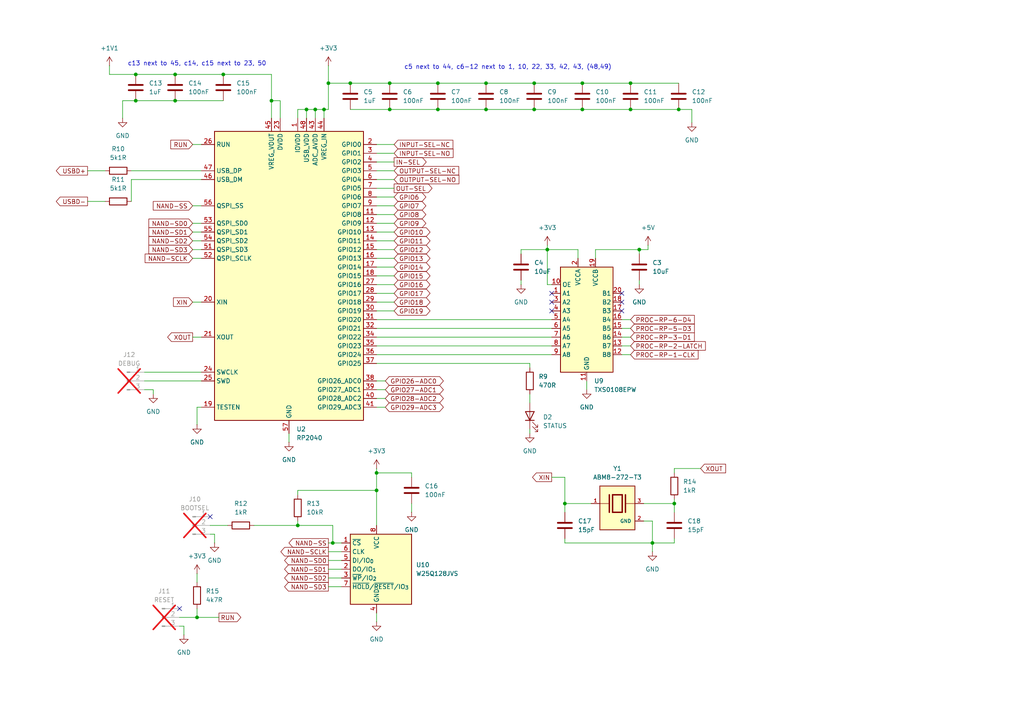
<source format=kicad_sch>
(kicad_sch (version 20250114) (generator "eeschema") (generator_version "9.0")
  (paper "A4")
  (lib_symbols
    (symbol "ABM8-272-T3:ABM8-272-T3" (pin_names (offset 1.016))
      (property "Reference" "Y" (at -5.0878 6.3559 0))
      (property "Value" "ABM8-272-T3" (at -5.0944 -10.16 0))
      (symbol "ABM8-272-T3_0_0"
        (polyline (pts (xy -5.08 0) (xy -2.54 0)) (stroke (width 0.1524)))
        (rectangle (start -5.08 -7.62) (end 5.08 5.08) (stroke (width 0.254)) (fill (type background)))
        (polyline (pts (xy -2.3368 2.54) (xy -2.3368 -2.54)) (stroke (width 0.4064)))
        (polyline (pts (xy -1.397 2.54) (xy -1.397 -2.54)) (stroke (width 0.4064)))
        (polyline (pts (xy -1.397 2.54) (xy 1.397 2.54)) (stroke (width 0.4064)))
        (polyline (pts (xy 1.397 2.54) (xy 1.397 -2.54)) (stroke (width 0.4064)))
        (polyline (pts (xy 1.397 -2.54) (xy -1.397 -2.54)) (stroke (width 0.4064)))
        (polyline (pts (xy 2.3368 2.54) (xy 2.3368 -2.54)) (stroke (width 0.4064)))
        (polyline (pts (xy 2.54 0) (xy 5.08 0)) (stroke (width 0.1524)))
        (pin passive line (at -7.62 0 0) (length 2.54) (name "~") (number "1"))
        (pin passive line (at 7.62 0 180) (length 2.54) (name "~") (number "3"))
        (pin power_in line (at 7.62 -5.08 180) (length 2.54) (name "GND") (number "2"))
        (pin power_in line (at 7.62 -5.08 180) (length 2.54) (hide yes) (name "GND") (number "4"))
      )
    )
    (symbol "Connector:Conn_01x03_Pin" (pin_names (offset 1.016) (hide yes))
      (property "Reference" "J" (at 0 5.08 0))
      (property "Value" "Conn_01x03_Pin" (at 0 -5.08 0))
      (symbol "Conn_01x03_Pin_1_1"
        (rectangle (start 0.8636 2.667) (end 0 2.413) (stroke (width 0.1524)) (fill (type outline)))
        (rectangle (start 0.8636 0.127) (end 0 -0.127) (stroke (width 0.1524)) (fill (type outline)))
        (rectangle (start 0.8636 -2.413) (end 0 -2.667) (stroke (width 0.1524)) (fill (type outline)))
        (polyline (pts (xy 1.27 2.54) (xy 0.8636 2.54)) (stroke (width 0.1524)))
        (polyline (pts (xy 1.27 0) (xy 0.8636 0)) (stroke (width 0.1524)))
        (polyline (pts (xy 1.27 -2.54) (xy 0.8636 -2.54)) (stroke (width 0.1524)))
        (pin passive line (at 5.08 2.54 180) (length 3.81) (name "Pin_1") (number "1"))
        (pin passive line (at 5.08 0 180) (length 3.81) (name "Pin_2") (number "2"))
        (pin passive line (at 5.08 -2.54 180) (length 3.81) (name "Pin_3") (number "3"))
      )
    )
    (symbol "Device:C" (pin_numbers (hide yes)) (pin_names (offset 0.254))
      (property "Reference" "C" (at 0.635 2.54 0))
      (property "Value" "C" (at 0.635 -2.54 0))
      (symbol "C_0_1"
        (polyline (pts (xy -2.032 0.762) (xy 2.032 0.762)) (stroke (width 0.508)))
        (polyline (pts (xy -2.032 -0.762) (xy 2.032 -0.762)) (stroke (width 0.508)))
      )
      (symbol "C_1_1"
        (pin passive line (at 0 3.81 270) (length 2.794) (name "~") (number "1"))
        (pin passive line (at 0 -3.81 90) (length 2.794) (name "~") (number "2"))
      )
    )
    (symbol "Device:LED" (pin_numbers (hide yes)) (pin_names (offset 1.016) (hide yes))
      (property "Reference" "D" (at 0 2.54 0))
      (property "Value" "LED" (at 0 -2.54 0))
      (symbol "LED_0_1"
        (polyline (pts (xy -3.048 -0.762) (xy -4.572 -2.286) (xy -3.81 -2.286) (xy -4.572 -2.286) (xy -4.572 -1.524)))
        (polyline (pts (xy -1.778 -0.762) (xy -3.302 -2.286) (xy -2.54 -2.286) (xy -3.302 -2.286) (xy -3.302 -1.524)))
        (polyline (pts (xy -1.27 0) (xy 1.27 0)))
        (polyline (pts (xy -1.27 -1.27) (xy -1.27 1.27)) (stroke (width 0.254)))
        (polyline (pts (xy 1.27 -1.27) (xy 1.27 1.27) (xy -1.27 0) (xy 1.27 -1.27)) (stroke (width 0.254)))
      )
      (symbol "LED_1_1"
        (pin passive line (at -3.81 0 0) (length 2.54) (name "K") (number "1"))
        (pin passive line (at 3.81 0 180) (length 2.54) (name "A") (number "2"))
      )
    )
    (symbol "Device:R" (pin_numbers (hide yes)) (pin_names (offset 0))
      (property "Reference" "R" (at 2.032 0 90))
      (property "Value" "R" (at 0 0 90))
      (symbol "R_0_1"
        (rectangle (start -1.016 -2.54) (end 1.016 2.54) (stroke (width 0.254)))
      )
      (symbol "R_1_1"
        (pin passive line (at 0 3.81 270) (length 1.27) (name "~") (number "1"))
        (pin passive line (at 0 -3.81 90) (length 1.27) (name "~") (number "2"))
      )
    )
    (symbol "Logic_LevelTranslator:TXS0108EPW"
      (property "Reference" "U" (at -6.35 16.51 0))
      (property "Value" "TXS0108EPW" (at 3.81 16.51 0))
      (symbol "TXS0108EPW_0_1"
        (rectangle (start -7.62 15.24) (end 7.62 -15.24) (stroke (width 0.254)) (fill (type background)))
      )
      (symbol "TXS0108EPW_1_1"
        (pin input line (at -10.16 10.16 0) (length 2.54) (name "OE") (number "10"))
        (pin bidirectional line (at -10.16 7.62 0) (length 2.54) (name "A1") (number "1"))
        (pin bidirectional line (at -10.16 5.08 0) (length 2.54) (name "A2") (number "3"))
        (pin bidirectional line (at -10.16 2.54 0) (length 2.54) (name "A3") (number "4"))
        (pin bidirectional line (at -10.16 0 0) (length 2.54) (name "A4") (number "5"))
        (pin bidirectional line (at -10.16 -2.54 0) (length 2.54) (name "A5") (number "6"))
        (pin bidirectional line (at -10.16 -5.08 0) (length 2.54) (name "A6") (number "7"))
        (pin bidirectional line (at -10.16 -7.62 0) (length 2.54) (name "A7") (number "8"))
        (pin bidirectional line (at -10.16 -10.16 0) (length 2.54) (name "A8") (number "9"))
        (pin power_in line (at -2.54 17.78 270) (length 2.54) (name "VCCA") (number "2"))
        (pin power_in line (at 0 -17.78 90) (length 2.54) (name "GND") (number "11"))
        (pin power_in line (at 2.54 17.78 270) (length 2.54) (name "VCCB") (number "19"))
        (pin bidirectional line (at 10.16 7.62 180) (length 2.54) (name "B1") (number "20"))
        (pin bidirectional line (at 10.16 5.08 180) (length 2.54) (name "B2") (number "18"))
        (pin bidirectional line (at 10.16 2.54 180) (length 2.54) (name "B3") (number "17"))
        (pin bidirectional line (at 10.16 0 180) (length 2.54) (name "B4") (number "16"))
        (pin bidirectional line (at 10.16 -2.54 180) (length 2.54) (name "B5") (number "15"))
        (pin bidirectional line (at 10.16 -5.08 180) (length 2.54) (name "B6") (number "14"))
        (pin bidirectional line (at 10.16 -7.62 180) (length 2.54) (name "B7") (number "13"))
        (pin bidirectional line (at 10.16 -10.16 180) (length 2.54) (name "B8") (number "12"))
      )
    )
    (symbol "MCU_RaspberryPi:RP2040"
      (property "Reference" "U" (at 17.78 45.72 0))
      (property "Value" "RP2040" (at 17.78 43.18 0))
      (symbol "RP2040_0_1"
        (rectangle (start -21.59 41.91) (end 21.59 -41.91) (stroke (width 0.254)) (fill (type background)))
      )
      (symbol "RP2040_1_1"
        (pin input line (at -25.4 38.1 0) (length 3.81) (name "RUN") (number "26"))
        (pin bidirectional line (at -25.4 30.48 0) (length 3.81) (name "USB_DP") (number "47"))
        (pin bidirectional line (at -25.4 27.94 0) (length 3.81) (name "USB_DM") (number "46"))
        (pin bidirectional line (at -25.4 20.32 0) (length 3.81) (name "QSPI_SS") (number "56"))
        (pin bidirectional line (at -25.4 15.24 0) (length 3.81) (name "QSPI_SD0") (number "53"))
        (pin bidirectional line (at -25.4 12.7 0) (length 3.81) (name "QSPI_SD1") (number "55"))
        (pin bidirectional line (at -25.4 10.16 0) (length 3.81) (name "QSPI_SD2") (number "54"))
        (pin bidirectional line (at -25.4 7.62 0) (length 3.81) (name "QSPI_SD3") (number "51"))
        (pin output line (at -25.4 5.08 0) (length 3.81) (name "QSPI_SCLK") (number "52"))
        (pin input line (at -25.4 -7.62 0) (length 3.81) (name "XIN") (number "20"))
        (pin passive line (at -25.4 -17.78 0) (length 3.81) (name "XOUT") (number "21"))
        (pin input line (at -25.4 -27.94 0) (length 3.81) (name "SWCLK") (number "24"))
        (pin bidirectional line (at -25.4 -30.48 0) (length 3.81) (name "SWD") (number "25"))
        (pin input line (at -25.4 -38.1 0) (length 3.81) (name "TESTEN") (number "19"))
        (pin power_out line (at -5.08 45.72 270) (length 3.81) (name "VREG_VOUT") (number "45"))
        (pin power_in line (at -2.54 45.72 270) (length 3.81) (name "DVDD") (number "23"))
        (pin passive line (at -2.54 45.72 270) (length 3.81) (hide yes) (name "DVDD") (number "50"))
        (pin power_in line (at 0 -45.72 90) (length 3.81) (name "GND") (number "57"))
        (pin power_in line (at 2.54 45.72 270) (length 3.81) (name "IOVDD") (number "1"))
        (pin passive line (at 2.54 45.72 270) (length 3.81) (hide yes) (name "IOVDD") (number "10"))
        (pin passive line (at 2.54 45.72 270) (length 3.81) (hide yes) (name "IOVDD") (number "22"))
        (pin passive line (at 2.54 45.72 270) (length 3.81) (hide yes) (name "IOVDD") (number "33"))
        (pin passive line (at 2.54 45.72 270) (length 3.81) (hide yes) (name "IOVDD") (number "42"))
        (pin passive line (at 2.54 45.72 270) (length 3.81) (hide yes) (name "IOVDD") (number "49"))
        (pin power_in line (at 5.08 45.72 270) (length 3.81) (name "USB_VDD") (number "48"))
        (pin power_in line (at 7.62 45.72 270) (length 3.81) (name "ADC_AVDD") (number "43"))
        (pin power_in line (at 10.16 45.72 270) (length 3.81) (name "VREG_IN") (number "44"))
        (pin bidirectional line (at 25.4 38.1 180) (length 3.81) (name "GPIO0") (number "2"))
        (pin bidirectional line (at 25.4 35.56 180) (length 3.81) (name "GPIO1") (number "3"))
        (pin bidirectional line (at 25.4 33.02 180) (length 3.81) (name "GPIO2") (number "4"))
        (pin bidirectional line (at 25.4 30.48 180) (length 3.81) (name "GPIO3") (number "5"))
        (pin bidirectional line (at 25.4 27.94 180) (length 3.81) (name "GPIO4") (number "6"))
        (pin bidirectional line (at 25.4 25.4 180) (length 3.81) (name "GPIO5") (number "7"))
        (pin bidirectional line (at 25.4 22.86 180) (length 3.81) (name "GPIO6") (number "8"))
        (pin bidirectional line (at 25.4 20.32 180) (length 3.81) (name "GPIO7") (number "9"))
        (pin bidirectional line (at 25.4 17.78 180) (length 3.81) (name "GPIO8") (number "11"))
        (pin bidirectional line (at 25.4 15.24 180) (length 3.81) (name "GPIO9") (number "12"))
        (pin bidirectional line (at 25.4 12.7 180) (length 3.81) (name "GPIO10") (number "13"))
        (pin bidirectional line (at 25.4 10.16 180) (length 3.81) (name "GPIO11") (number "14"))
        (pin bidirectional line (at 25.4 7.62 180) (length 3.81) (name "GPIO12") (number "15"))
        (pin bidirectional line (at 25.4 5.08 180) (length 3.81) (name "GPIO13") (number "16"))
        (pin bidirectional line (at 25.4 2.54 180) (length 3.81) (name "GPIO14") (number "17"))
        (pin bidirectional line (at 25.4 0 180) (length 3.81) (name "GPIO15") (number "18"))
        (pin bidirectional line (at 25.4 -2.54 180) (length 3.81) (name "GPIO16") (number "27"))
        (pin bidirectional line (at 25.4 -5.08 180) (length 3.81) (name "GPIO17") (number "28"))
        (pin bidirectional line (at 25.4 -7.62 180) (length 3.81) (name "GPIO18") (number "29"))
        (pin bidirectional line (at 25.4 -10.16 180) (length 3.81) (name "GPIO19") (number "30"))
        (pin bidirectional line (at 25.4 -12.7 180) (length 3.81) (name "GPIO20") (number "31"))
        (pin bidirectional line (at 25.4 -15.24 180) (length 3.81) (name "GPIO21") (number "32"))
        (pin bidirectional line (at 25.4 -17.78 180) (length 3.81) (name "GPIO22") (number "34"))
        (pin bidirectional line (at 25.4 -20.32 180) (length 3.81) (name "GPIO23") (number "35"))
        (pin bidirectional line (at 25.4 -22.86 180) (length 3.81) (name "GPIO24") (number "36"))
        (pin bidirectional line (at 25.4 -25.4 180) (length 3.81) (name "GPIO25") (number "37"))
        (pin bidirectional line (at 25.4 -30.48 180) (length 3.81) (name "GPIO26_ADC0") (number "38"))
        (pin bidirectional line (at 25.4 -33.02 180) (length 3.81) (name "GPIO27_ADC1") (number "39"))
        (pin bidirectional line (at 25.4 -35.56 180) (length 3.81) (name "GPIO28_ADC2") (number "40"))
        (pin bidirectional line (at 25.4 -38.1 180) (length 3.81) (name "GPIO29_ADC3") (number "41"))
      )
    )
    (symbol "Memory_Flash:W25Q128JVS"
      (property "Reference" "U" (at -6.35 11.43 0))
      (property "Value" "W25Q128JVS" (at 7.62 11.43 0))
      (symbol "W25Q128JVS_0_1"
        (rectangle (start -7.62 10.16) (end 10.16 -10.16) (stroke (width 0.254)) (fill (type background)))
      )
      (symbol "W25Q128JVS_1_1"
        (pin input line (at -10.16 7.62 0) (length 2.54) (name "~{CS}") (number "1"))
        (pin input line (at -10.16 5.08 0) (length 2.54) (name "CLK") (number "6"))
        (pin bidirectional line (at -10.16 2.54 0) (length 2.54) (name "DI/IO_{0}") (number "5"))
        (pin bidirectional line (at -10.16 0 0) (length 2.54) (name "DO/IO_{1}") (number "2"))
        (pin bidirectional line (at -10.16 -2.54 0) (length 2.54) (name "~{WP}/IO_{2}") (number "3"))
        (pin bidirectional line (at -10.16 -5.08 0) (length 2.54) (name "~{HOLD}/~{RESET}/IO_{3}") (number "7"))
        (pin power_in line (at 0 12.7 270) (length 2.54) (name "VCC") (number "8"))
        (pin power_in line (at 0 -12.7 90) (length 2.54) (name "GND") (number "4"))
      )
    )
    (symbol "power:+3V3" (power) (pin_numbers (hide yes)) (pin_names (offset 0) (hide yes))
      (property "Value" "+3V3" (at 0 3.556 0))
      (symbol "+3V3_0_1"
        (polyline (pts (xy -0.762 1.27) (xy 0 2.54)))
        (polyline (pts (xy 0 2.54) (xy 0.762 1.27)))
        (polyline (pts (xy 0 0) (xy 0 2.54)))
      )
      (symbol "+3V3_1_1"
        (pin power_in line (at 0 0 90) (length 0) (name "~") (number "1"))
      )
    )
    (symbol "power:+5V" (power) (pin_numbers (hide yes)) (pin_names (offset 0) (hide yes))
      (property "Value" "+5V" (at 0 3.556 0))
      (symbol "+5V_0_1"
        (polyline (pts (xy -0.762 1.27) (xy 0 2.54)))
        (polyline (pts (xy 0 2.54) (xy 0.762 1.27)))
        (polyline (pts (xy 0 0) (xy 0 2.54)))
      )
      (symbol "+5V_1_1"
        (pin power_in line (at 0 0 90) (length 0) (name "~") (number "1"))
      )
    )
    (symbol "power:GND" (power) (pin_numbers (hide yes)) (pin_names (offset 0) (hide yes))
      (property "Value" "GND" (at 0 -3.81 0))
      (symbol "GND_0_1"
        (polyline (pts (xy 0 0) (xy 0 -1.27) (xy 1.27 -1.27) (xy 0 -2.54) (xy -1.27 -1.27) (xy 0 -1.27)))
      )
      (symbol "GND_1_1"
        (pin power_in line (at 0 0 270) (length 0) (name "~") (number "1"))
      )
    )
  )
  (text "c5 next to 44, c6-12 next to 1, 10, 22, 33, 42, 43, (48,49)\n\n" (at 147.32 20.574 0) (effects (font (size 1.27 1.27))))
  (text "c13 next to 45, c14, c15 next to 23, 50\n" (at 57.15 18.542 0) (effects (font (size 1.27 1.27))))
  (junction (at 39.37 29.21))
  (junction (at 64.77 21.59))
  (junction (at 163.83 146.05))
  (junction (at 109.22 137.16))
  (junction (at 88.9 31.75))
  (junction (at 168.91 31.75))
  (junction (at 127 24.13))
  (junction (at 127 31.75))
  (junction (at 86.36 152.4))
  (junction (at 196.85 31.75))
  (junction (at 168.91 24.13))
  (junction (at 182.88 31.75))
  (junction (at 95.25 24.13))
  (junction (at 93.98 31.75))
  (junction (at 140.97 31.75))
  (junction (at 78.74 29.21))
  (junction (at 109.22 142.24))
  (junction (at 39.37 21.59))
  (junction (at 154.94 24.13))
  (junction (at 50.8 29.21))
  (junction (at 113.03 31.75))
  (junction (at 101.6 24.13))
  (junction (at 189.23 157.48))
  (junction (at 113.03 24.13))
  (junction (at 158.75 72.39))
  (junction (at 140.97 24.13))
  (junction (at 57.15 179.07))
  (junction (at 195.58 146.05))
  (junction (at 182.88 24.13))
  (junction (at 154.94 31.75))
  (junction (at 50.8 21.59))
  (junction (at 91.44 31.75))
  (junction (at 185.42 72.39))
  (junction (at 96.52 157.48))
  (no_connect (at 180.34 85.09))
  (no_connect (at 160.02 85.09))
  (no_connect (at 60.96 149.86))
  (no_connect (at 180.34 90.17))
  (no_connect (at 52.07 176.53))
  (no_connect (at 160.02 87.63))
  (no_connect (at 160.02 90.17))
  (no_connect (at 180.34 87.63))
  (wire (pts (xy 180.34 97.79) (xy 182.88 97.79)))
  (wire (pts (xy 57.15 179.07) (xy 63.5 179.07)))
  (wire (pts (xy 55.88 64.77) (xy 58.42 64.77)))
  (wire (pts (xy 38.1 49.53) (xy 58.42 49.53)))
  (wire (pts (xy 88.9 31.75) (xy 91.44 31.75)))
  (wire (pts (xy 35.56 29.21) (xy 39.37 29.21)))
  (wire (pts (xy 52.07 179.07) (xy 57.15 179.07)))
  (wire (pts (xy 163.83 146.05) (xy 163.83 148.59)))
  (wire (pts (xy 86.36 152.4) (xy 96.52 152.4)))
  (wire (pts (xy 57.15 166.37) (xy 57.15 168.91)))
  (wire (pts (xy 58.42 118.11) (xy 57.15 118.11)))
  (wire (pts (xy 91.44 31.75) (xy 93.98 31.75)))
  (wire (pts (xy 86.36 34.29) (xy 86.36 31.75)))
  (wire (pts (xy 109.22 135.89) (xy 109.22 137.16)))
  (wire (pts (xy 31.75 19.05) (xy 31.75 21.59)))
  (wire (pts (xy 109.22 64.77) (xy 114.3 64.77)))
  (wire (pts (xy 86.36 151.13) (xy 86.36 152.4)))
  (wire (pts (xy 55.88 69.85) (xy 58.42 69.85)))
  (wire (pts (xy 109.22 41.91) (xy 114.3 41.91)))
  (wire (pts (xy 109.22 49.53) (xy 114.3 49.53)))
  (wire (pts (xy 109.22 44.45) (xy 114.3 44.45)))
  (wire (pts (xy 109.22 52.07) (xy 114.3 52.07)))
  (wire (pts (xy 50.8 29.21) (xy 64.77 29.21)))
  (wire (pts (xy 119.38 137.16) (xy 119.38 138.43)))
  (wire (pts (xy 109.22 177.8) (xy 109.22 180.34)))
  (wire (pts (xy 109.22 77.47) (xy 114.3 77.47)))
  (wire (pts (xy 55.88 72.39) (xy 58.42 72.39)))
  (wire (pts (xy 64.77 21.59) (xy 78.74 21.59)))
  (wire (pts (xy 172.72 72.39) (xy 172.72 74.93)))
  (wire (pts (xy 95.25 160.02) (xy 99.06 160.02)))
  (wire (pts (xy 109.22 87.63) (xy 114.3 87.63)))
  (wire (pts (xy 109.22 69.85) (xy 114.3 69.85)))
  (wire (pts (xy 153.67 124.46) (xy 153.67 125.73)))
  (wire (pts (xy 151.13 81.28) (xy 151.13 82.55)))
  (wire (pts (xy 81.28 34.29) (xy 81.28 29.21)))
  (wire (pts (xy 195.58 157.48) (xy 189.23 157.48)))
  (wire (pts (xy 95.25 19.05) (xy 95.25 24.13)))
  (wire (pts (xy 180.34 95.25) (xy 182.88 95.25)))
  (wire (pts (xy 153.67 114.3) (xy 153.67 116.84)))
  (wire (pts (xy 91.44 31.75) (xy 91.44 34.29)))
  (wire (pts (xy 185.42 81.28) (xy 185.42 82.55)))
  (wire (pts (xy 95.25 162.56) (xy 99.06 162.56)))
  (wire (pts (xy 60.96 154.94) (xy 62.23 154.94)))
  (wire (pts (xy 93.98 31.75) (xy 93.98 34.29)))
  (wire (pts (xy 96.52 157.48) (xy 99.06 157.48)))
  (wire (pts (xy 55.88 97.79) (xy 58.42 97.79)))
  (wire (pts (xy 39.37 21.59) (xy 50.8 21.59)))
  (wire (pts (xy 109.22 46.99) (xy 114.3 46.99)))
  (wire (pts (xy 55.88 87.63) (xy 58.42 87.63)))
  (wire (pts (xy 200.66 35.56) (xy 200.66 31.75)))
  (wire (pts (xy 109.22 97.79) (xy 160.02 97.79)))
  (wire (pts (xy 81.28 29.21) (xy 78.74 29.21)))
  (wire (pts (xy 113.03 31.75) (xy 127 31.75)))
  (wire (pts (xy 189.23 151.13) (xy 189.23 157.48)))
  (wire (pts (xy 57.15 118.11) (xy 57.15 123.19)))
  (wire (pts (xy 95.25 170.18) (xy 99.06 170.18)))
  (wire (pts (xy 109.22 102.87) (xy 160.02 102.87)))
  (wire (pts (xy 196.85 31.75) (xy 200.66 31.75)))
  (wire (pts (xy 95.25 24.13) (xy 101.6 24.13)))
  (wire (pts (xy 109.22 137.16) (xy 119.38 137.16)))
  (wire (pts (xy 168.91 24.13) (xy 182.88 24.13)))
  (wire (pts (xy 95.25 31.75) (xy 93.98 31.75)))
  (wire (pts (xy 186.69 151.13) (xy 189.23 151.13)))
  (wire (pts (xy 109.22 72.39) (xy 114.3 72.39)))
  (wire (pts (xy 195.58 135.89) (xy 195.58 137.16)))
  (wire (pts (xy 39.37 29.21) (xy 50.8 29.21)))
  (wire (pts (xy 180.34 100.33) (xy 182.88 100.33)))
  (wire (pts (xy 41.91 107.95) (xy 58.42 107.95)))
  (wire (pts (xy 127 31.75) (xy 140.97 31.75)))
  (wire (pts (xy 109.22 57.15) (xy 114.3 57.15)))
  (wire (pts (xy 111.76 113.03) (xy 109.22 113.03)))
  (wire (pts (xy 109.22 85.09) (xy 114.3 85.09)))
  (wire (pts (xy 109.22 90.17) (xy 114.3 90.17)))
  (wire (pts (xy 109.22 92.71) (xy 160.02 92.71)))
  (wire (pts (xy 160.02 138.43) (xy 163.83 138.43)))
  (wire (pts (xy 53.34 181.61) (xy 53.34 184.15)))
  (wire (pts (xy 101.6 31.75) (xy 113.03 31.75)))
  (wire (pts (xy 78.74 21.59) (xy 78.74 29.21)))
  (wire (pts (xy 52.07 181.61) (xy 53.34 181.61)))
  (wire (pts (xy 151.13 73.66) (xy 151.13 72.39)))
  (wire (pts (xy 55.88 67.31) (xy 58.42 67.31)))
  (wire (pts (xy 50.8 21.59) (xy 64.77 21.59)))
  (wire (pts (xy 88.9 31.75) (xy 88.9 34.29)))
  (wire (pts (xy 180.34 92.71) (xy 182.88 92.71)))
  (wire (pts (xy 158.75 71.12) (xy 158.75 72.39)))
  (wire (pts (xy 96.52 152.4) (xy 96.52 157.48)))
  (wire (pts (xy 60.96 152.4) (xy 66.04 152.4)))
  (wire (pts (xy 35.56 34.29) (xy 35.56 29.21)))
  (wire (pts (xy 182.88 24.13) (xy 196.85 24.13)))
  (wire (pts (xy 95.25 167.64) (xy 99.06 167.64)))
  (wire (pts (xy 170.18 110.49) (xy 170.18 113.03)))
  (wire (pts (xy 153.67 106.68) (xy 153.67 105.41)))
  (wire (pts (xy 140.97 31.75) (xy 154.94 31.75)))
  (wire (pts (xy 111.76 110.49) (xy 109.22 110.49)))
  (wire (pts (xy 109.22 137.16) (xy 109.22 142.24)))
  (wire (pts (xy 151.13 72.39) (xy 158.75 72.39)))
  (wire (pts (xy 38.1 52.07) (xy 58.42 52.07)))
  (wire (pts (xy 55.88 74.93) (xy 58.42 74.93)))
  (wire (pts (xy 41.91 113.03) (xy 44.45 113.03)))
  (wire (pts (xy 78.74 29.21) (xy 78.74 34.29)))
  (wire (pts (xy 195.58 144.78) (xy 195.58 146.05)))
  (wire (pts (xy 140.97 24.13) (xy 154.94 24.13)))
  (wire (pts (xy 154.94 24.13) (xy 168.91 24.13)))
  (wire (pts (xy 41.91 110.49) (xy 58.42 110.49)))
  (wire (pts (xy 109.22 105.41) (xy 153.67 105.41)))
  (wire (pts (xy 109.22 74.93) (xy 114.3 74.93)))
  (wire (pts (xy 163.83 157.48) (xy 189.23 157.48)))
  (wire (pts (xy 44.45 113.03) (xy 44.45 114.3)))
  (wire (pts (xy 109.22 100.33) (xy 160.02 100.33)))
  (wire (pts (xy 203.2 135.89) (xy 195.58 135.89)))
  (wire (pts (xy 195.58 148.59) (xy 195.58 146.05)))
  (wire (pts (xy 57.15 176.53) (xy 57.15 179.07)))
  (wire (pts (xy 185.42 72.39) (xy 185.42 73.66)))
  (wire (pts (xy 109.22 59.69) (xy 114.3 59.69)))
  (wire (pts (xy 172.72 72.39) (xy 185.42 72.39)))
  (wire (pts (xy 86.36 142.24) (xy 86.36 143.51)))
  (wire (pts (xy 111.76 115.57) (xy 109.22 115.57)))
  (wire (pts (xy 163.83 138.43) (xy 163.83 146.05)))
  (wire (pts (xy 109.22 54.61) (xy 114.3 54.61)))
  (wire (pts (xy 95.25 157.48) (xy 96.52 157.48)))
  (wire (pts (xy 95.25 24.13) (xy 95.25 31.75)))
  (wire (pts (xy 109.22 80.01) (xy 114.3 80.01)))
  (wire (pts (xy 86.36 142.24) (xy 109.22 142.24)))
  (wire (pts (xy 187.96 72.39) (xy 187.96 71.12)))
  (wire (pts (xy 167.64 74.93) (xy 167.64 72.39)))
  (wire (pts (xy 95.25 165.1) (xy 99.06 165.1)))
  (wire (pts (xy 185.42 72.39) (xy 187.96 72.39)))
  (wire (pts (xy 127 24.13) (xy 140.97 24.13)))
  (wire (pts (xy 73.66 152.4) (xy 86.36 152.4)))
  (wire (pts (xy 101.6 24.13) (xy 113.03 24.13)))
  (wire (pts (xy 167.64 72.39) (xy 158.75 72.39)))
  (wire (pts (xy 158.75 72.39) (xy 158.75 82.55)))
  (wire (pts (xy 109.22 67.31) (xy 114.3 67.31)))
  (wire (pts (xy 38.1 58.42) (xy 38.1 52.07)))
  (wire (pts (xy 109.22 142.24) (xy 109.22 152.4)))
  (wire (pts (xy 154.94 31.75) (xy 168.91 31.75)))
  (wire (pts (xy 113.03 24.13) (xy 127 24.13)))
  (wire (pts (xy 25.4 49.53) (xy 30.48 49.53)))
  (wire (pts (xy 195.58 156.21) (xy 195.58 157.48)))
  (wire (pts (xy 111.76 118.11) (xy 109.22 118.11)))
  (wire (pts (xy 171.45 146.05) (xy 163.83 146.05)))
  (wire (pts (xy 109.22 82.55) (xy 114.3 82.55)))
  (wire (pts (xy 119.38 146.05) (xy 119.38 148.59)))
  (wire (pts (xy 86.36 31.75) (xy 88.9 31.75)))
  (wire (pts (xy 182.88 31.75) (xy 196.85 31.75)))
  (wire (pts (xy 158.75 82.55) (xy 160.02 82.55)))
  (wire (pts (xy 163.83 156.21) (xy 163.83 157.48)))
  (wire (pts (xy 180.34 102.87) (xy 182.88 102.87)))
  (wire (pts (xy 55.88 41.91) (xy 58.42 41.91)))
  (wire (pts (xy 31.75 21.59) (xy 39.37 21.59)))
  (wire (pts (xy 25.4 58.42) (xy 30.48 58.42)))
  (wire (pts (xy 55.88 59.69) (xy 58.42 59.69)))
  (wire (pts (xy 109.22 62.23) (xy 114.3 62.23)))
  (wire (pts (xy 168.91 31.75) (xy 182.88 31.75)))
  (wire (pts (xy 189.23 157.48) (xy 189.23 160.02)))
  (wire (pts (xy 109.22 95.25) (xy 160.02 95.25)))
  (wire (pts (xy 186.69 146.05) (xy 195.58 146.05)))
  (wire (pts (xy 62.23 154.94) (xy 62.23 157.48)))
  (wire (pts (xy 83.82 125.73) (xy 83.82 128.27)))
  (global_label "PROC-RP-2-LATCH" (shape input) (at 182.88 100.33 0) (property "Intersheetrefs" "${INTERSHEET_REFS}" (effects (hide yes))))
  (global_label "GPIO10" (shape bidirectional) (at 114.3 67.31 0) (property "Intersheetrefs" "${INTERSHEET_REFS}" (effects (hide yes))))
  (global_label "NAND-SD3" (shape output) (at 95.25 170.18 180) (property "Intersheetrefs" "${INTERSHEET_REFS}" (effects (hide yes))))
  (global_label "XOUT" (shape input) (at 203.2 135.89 0) (property "Intersheetrefs" "${INTERSHEET_REFS}" (effects (hide yes))))
  (global_label "PROC-RP-1-CLK" (shape input) (at 182.88 102.87 0) (property "Intersheetrefs" "${INTERSHEET_REFS}" (effects (hide yes))))
  (global_label "NAND-SD2" (shape output) (at 95.25 167.64 180) (property "Intersheetrefs" "${INTERSHEET_REFS}" (effects (hide yes))))
  (global_label "PROC-RP-3-D1" (shape input) (at 182.88 97.79 0) (property "Intersheetrefs" "${INTERSHEET_REFS}" (effects (hide yes))))
  (global_label "NAND-SD0" (shape input) (at 55.88 64.77 180) (property "Intersheetrefs" "${INTERSHEET_REFS}" (effects (hide yes))))
  (global_label "NAND-SD0" (shape output) (at 95.25 162.56 180) (property "Intersheetrefs" "${INTERSHEET_REFS}" (effects (hide yes))))
  (global_label "NAND-SS" (shape output) (at 95.25 157.48 180) (property "Intersheetrefs" "${INTERSHEET_REFS}" (effects (hide yes))))
  (global_label "NAND-SD3" (shape input) (at 55.88 72.39 180) (property "Intersheetrefs" "${INTERSHEET_REFS}" (effects (hide yes))))
  (global_label "RUN" (shape input) (at 55.88 41.91 180) (property "Intersheetrefs" "${INTERSHEET_REFS}" (effects (hide yes))))
  (global_label "GPIO16" (shape bidirectional) (at 114.3 82.55 0) (property "Intersheetrefs" "${INTERSHEET_REFS}" (effects (hide yes))))
  (global_label "NAND-SD2" (shape input) (at 55.88 69.85 180) (property "Intersheetrefs" "${INTERSHEET_REFS}" (effects (hide yes))))
  (global_label "GPIO17" (shape bidirectional) (at 114.3 85.09 0) (property "Intersheetrefs" "${INTERSHEET_REFS}" (effects (hide yes))))
  (global_label "NAND-SCLK" (shape input) (at 55.88 74.93 180) (property "Intersheetrefs" "${INTERSHEET_REFS}" (effects (hide yes))))
  (global_label "XIN" (shape input) (at 55.88 87.63 180) (property "Intersheetrefs" "${INTERSHEET_REFS}" (effects (hide yes))))
  (global_label "GPIO13" (shape bidirectional) (at 114.3 74.93 0) (property "Intersheetrefs" "${INTERSHEET_REFS}" (effects (hide yes))))
  (global_label "OUT-SEL" (shape output) (at 114.3 54.61 0) (property "Intersheetrefs" "${INTERSHEET_REFS}" (effects (hide yes))))
  (global_label "XOUT" (shape output) (at 55.88 97.79 180) (property "Intersheetrefs" "${INTERSHEET_REFS}" (effects (hide yes))))
  (global_label "IN-SEL" (shape output) (at 114.3 46.99 0) (property "Intersheetrefs" "${INTERSHEET_REFS}" (effects (hide yes))))
  (global_label "XIN" (shape output) (at 160.02 138.43 180) (property "Intersheetrefs" "${INTERSHEET_REFS}" (effects (hide yes))))
  (global_label "INPUT-SEL-NO" (shape input) (at 114.3 44.45 0) (property "Intersheetrefs" "${INTERSHEET_REFS}" (effects (hide yes))))
  (global_label "USBD-" (shape output) (at 25.4 58.42 180) (property "Intersheetrefs" "${INTERSHEET_REFS}" (effects (hide yes))))
  (global_label "GPIO15" (shape bidirectional) (at 114.3 80.01 0) (property "Intersheetrefs" "${INTERSHEET_REFS}" (effects (hide yes))))
  (global_label "GPIO19" (shape bidirectional) (at 114.3 90.17 0) (property "Intersheetrefs" "${INTERSHEET_REFS}" (effects (hide yes))))
  (global_label "GPIO9" (shape bidirectional) (at 114.3 64.77 0) (property "Intersheetrefs" "${INTERSHEET_REFS}" (effects (hide yes))))
  (global_label "PROC-RP-6-D4" (shape input) (at 182.88 92.71 0) (property "Intersheetrefs" "${INTERSHEET_REFS}" (effects (hide yes))))
  (global_label "NAND-SS" (shape input) (at 55.88 59.69 180) (property "Intersheetrefs" "${INTERSHEET_REFS}" (effects (hide yes))))
  (global_label "GPIO7" (shape bidirectional) (at 114.3 59.69 0) (property "Intersheetrefs" "${INTERSHEET_REFS}" (effects (hide yes))))
  (global_label "GPIO11" (shape bidirectional) (at 114.3 69.85 0) (property "Intersheetrefs" "${INTERSHEET_REFS}" (effects (hide yes))))
  (global_label "GPIO12" (shape bidirectional) (at 114.3 72.39 0) (property "Intersheetrefs" "${INTERSHEET_REFS}" (effects (hide yes))))
  (global_label "NAND-SD1" (shape output) (at 95.25 165.1 180) (property "Intersheetrefs" "${INTERSHEET_REFS}" (effects (hide yes))))
  (global_label "INPUT-SEL-NC" (shape input) (at 114.3 41.91 0) (property "Intersheetrefs" "${INTERSHEET_REFS}" (effects (hide yes))))
  (global_label "GPIO29-ADC3" (shape bidirectional) (at 111.76 118.11 0) (property "Intersheetrefs" "${INTERSHEET_REFS}" (effects (hide yes))))
  (global_label "GPIO26-ADC0" (shape bidirectional) (at 111.76 110.49 0) (property "Intersheetrefs" "${INTERSHEET_REFS}" (effects (hide yes))))
  (global_label "GPIO14" (shape bidirectional) (at 114.3 77.47 0) (property "Intersheetrefs" "${INTERSHEET_REFS}" (effects (hide yes))))
  (global_label "GPIO27-ADC1" (shape bidirectional) (at 111.76 113.03 0) (property "Intersheetrefs" "${INTERSHEET_REFS}" (effects (hide yes))))
  (global_label "NAND-SCLK" (shape output) (at 95.25 160.02 180) (property "Intersheetrefs" "${INTERSHEET_REFS}" (effects (hide yes))))
  (global_label "GPIO8" (shape bidirectional) (at 114.3 62.23 0) (property "Intersheetrefs" "${INTERSHEET_REFS}" (effects (hide yes))))
  (global_label "PROC-RP-5-D3" (shape input) (at 182.88 95.25 0) (property "Intersheetrefs" "${INTERSHEET_REFS}" (effects (hide yes))))
  (global_label "RUN" (shape output) (at 63.5 179.07 0) (property "Intersheetrefs" "${INTERSHEET_REFS}" (effects (hide yes))))
  (global_label "USBD+" (shape output) (at 25.4 49.53 180) (property "Intersheetrefs" "${INTERSHEET_REFS}" (effects (hide yes))))
  (global_label "GPIO28-ADC2" (shape bidirectional) (at 111.76 115.57 0) (property "Intersheetrefs" "${INTERSHEET_REFS}" (effects (hide yes))))
  (global_label "OUTPUT-SEL-NC" (shape input) (at 114.3 49.53 0) (property "Intersheetrefs" "${INTERSHEET_REFS}" (effects (hide yes))))
  (global_label "GPIO6" (shape bidirectional) (at 114.3 57.15 0) (property "Intersheetrefs" "${INTERSHEET_REFS}" (effects (hide yes))))
  (global_label "OUTPUT-SEL-NO" (shape input) (at 114.3 52.07 0) (property "Intersheetrefs" "${INTERSHEET_REFS}" (effects (hide yes))))
  (global_label "GPIO18" (shape bidirectional) (at 114.3 87.63 0) (property "Intersheetrefs" "${INTERSHEET_REFS}" (effects (hide yes))))
  (global_label "NAND-SD1" (shape input) (at 55.88 67.31 180) (property "Intersheetrefs" "${INTERSHEET_REFS}" (effects (hide yes))))
  (symbol (lib_id "Device:LED") (at 153.67 120.65 90) (unit 1)
    (property "Reference" "D2" (at 157.48 120.9674 90) (effects (justify right)))
    (property "Value" "STATUS" (at 157.48 123.5074 90) (effects (justify right)))
    (property "Footprint" "LED_SMD:LED_0201_0603Metric" (effects (hide yes)))
    (property "Description" "Light emitting diode" (effects (hide yes)))
    (property "Sim.Pins" "1=K 2=A" (effects (hide yes)))
  )
  (symbol (lib_id "power:GND") (at 153.67 125.73 0) (unit 1)
    (property "Reference" "#PWR032" (effects (hide yes)))
    (property "Value" "GND" (at 153.67 130.81 0))
    (property "Description" "Power symbol creates a global label with name \"GND\" , ground" (effects (hide yes)))
  )
  (symbol (lib_id "power:GND") (at 151.13 82.55 0) (unit 1)
    (property "Reference" "#PWR029" (effects (hide yes)))
    (property "Value" "GND" (at 151.13 87.63 0))
    (property "Description" "Power symbol creates a global label with name \"GND\" , ground" (effects (hide yes)))
  )
  (symbol (lib_id "Device:C") (at 163.83 152.4 0) (unit 1)
    (property "Reference" "C17" (at 167.64 151.1299 0) (effects (justify left)))
    (property "Value" "15pF" (at 167.64 153.6699 0) (effects (justify left)))
    (property "Footprint" "Capacitor_SMD:C_0201_0603Metric" (effects (hide yes)))
    (property "Description" "Unpolarized capacitor" (effects (hide yes)))
  )
  (symbol (lib_id "power:+3V3") (at 158.75 71.12 0) (unit 1)
    (property "Reference" "#PWR026" (effects (hide yes)))
    (property "Value" "+3V3" (at 158.75 66.04 0))
    (property "Description" "Power symbol creates a global label with name \"+3V3\"" (effects (hide yes)))
  )
  (symbol (lib_id "Connector:Conn_01x03_Pin") (at 55.88 152.4 0) (unit 1) (in_bom no) (dnp yes)
    (property "Reference" "J10" (at 56.515 144.78 0))
    (property "Value" "BOOTSEL" (at 56.515 147.32 0))
    (property "Footprint" "Connector:FanPinHeader_1x03_P2.54mm_Vertical" (effects (hide yes)))
    (property "Description" "Generic connector, single row, 01x03, script generated" (effects (hide yes)))
  )
  (symbol (lib_id "power:+3V3") (at 31.75 19.05 0) (unit 1)
    (property "Reference" "#PWR038" (effects (hide yes)))
    (property "Value" "+1V1" (at 31.75 13.97 0))
    (property "Description" "Power symbol creates a global label with name \"+3V3\"" (effects (hide yes)))
  )
  (symbol (lib_id "Device:R") (at 57.15 172.72 180) (unit 1)
    (property "Reference" "R15" (at 59.69 171.4499 0) (effects (justify right)))
    (property "Value" "4k7R" (at 59.69 173.9899 0) (effects (justify right)))
    (property "Footprint" "Resistor_SMD:R_0603_1608Metric" (effects (hide yes)))
    (property "Description" "Resistor" (effects (hide yes)))
  )
  (symbol (lib_id "power:+3V3") (at 57.15 166.37 0) (unit 1)
    (property "Reference" "#PWR047" (effects (hide yes)))
    (property "Value" "+3V3" (at 57.15 161.29 0))
    (property "Description" "Power symbol creates a global label with name \"+3V3\"" (effects (hide yes)))
  )
  (symbol (lib_id "Memory_Flash:W25Q128JVS") (at 109.22 165.1 0) (unit 1)
    (property "Reference" "U10" (at 120.65 163.8299 0) (effects (justify left)))
    (property "Value" "W25Q128JVS" (at 120.65 166.3699 0) (effects (justify left)))
    (property "Footprint" "Package_SO:SOIC-8_5.3x5.3mm_P1.27mm" (effects (hide yes)))
    (property "Datasheet" "https://www.winbond.com/resource-files/w25q128jv_dtr%20revc%2003272018%20plus.pdf" (effects (hide yes)))
    (property "Description" "128Mbit / 16MiB Serial Flash Memory, Standard/Dual/Quad SPI, 2.7-3.6V, SOIC-8" (effects (hide yes)))
  )
  (symbol (lib_id "power:GND") (at 35.56 34.29 0) (unit 1)
    (property "Reference" "#PWR039" (effects (hide yes)))
    (property "Value" "GND" (at 35.56 39.37 0))
    (property "Description" "Power symbol creates a global label with name \"GND\" , ground" (effects (hide yes)))
  )
  (symbol (lib_id "Device:C") (at 127 27.94 0) (unit 1)
    (property "Reference" "C7" (at 130.81 26.6699 0) (effects (justify left)))
    (property "Value" "100nF" (at 130.81 29.2099 0) (effects (justify left)))
    (property "Footprint" "Capacitor_SMD:C_0201_0603Metric" (effects (hide yes)))
    (property "Description" "Unpolarized capacitor" (effects (hide yes)))
  )
  (symbol (lib_id "power:GND") (at 185.42 82.55 0) (unit 1)
    (property "Reference" "#PWR028" (effects (hide yes)))
    (property "Value" "GND" (at 185.42 87.63 0))
    (property "Description" "Power symbol creates a global label with name \"GND\" , ground" (effects (hide yes)))
  )
  (symbol (lib_id "Device:C") (at 168.91 27.94 0) (unit 1)
    (property "Reference" "C10" (at 172.72 26.6699 0) (effects (justify left)))
    (property "Value" "100nF" (at 172.72 29.2099 0) (effects (justify left)))
    (property "Footprint" "Capacitor_SMD:C_0201_0603Metric" (effects (hide yes)))
    (property "Description" "Unpolarized capacitor" (effects (hide yes)))
  )
  (symbol (lib_id "Connector:Conn_01x03_Pin") (at 46.99 179.07 0) (unit 1) (in_bom no) (dnp yes)
    (property "Reference" "J11" (at 47.625 171.45 0))
    (property "Value" "RESET" (at 47.625 173.99 0))
    (property "Footprint" "Connector:FanPinHeader_1x03_P2.54mm_Vertical" (effects (hide yes)))
    (property "Description" "Generic connector, single row, 01x03, script generated" (effects (hide yes)))
  )
  (symbol (lib_id "Device:C") (at 151.13 77.47 0) (unit 1)
    (property "Reference" "C4" (at 154.94 76.1999 0) (effects (justify left)))
    (property "Value" "10uF" (at 154.94 78.7399 0) (effects (justify left)))
    (property "Footprint" "Capacitor_SMD:C_0201_0603Metric" (effects (hide yes)))
    (property "Description" "Unpolarized capacitor" (effects (hide yes)))
  )
  (symbol (lib_id "Device:C") (at 50.8 25.4 0) (unit 1)
    (property "Reference" "C14" (at 54.61 24.1299 0) (effects (justify left)))
    (property "Value" "100nF" (at 54.61 26.6699 0) (effects (justify left)))
    (property "Footprint" "Capacitor_SMD:C_0201_0603Metric" (effects (hide yes)))
    (property "Description" "Unpolarized capacitor" (effects (hide yes)))
  )
  (symbol (lib_id "power:+3V3") (at 95.25 19.05 0) (unit 1)
    (property "Reference" "#PWR037" (effects (hide yes)))
    (property "Value" "+3V3" (at 95.25 13.97 0))
    (property "Description" "Power symbol creates a global label with name \"+3V3\"" (effects (hide yes)))
  )
  (symbol (lib_id "Device:R") (at 34.29 58.42 90) (unit 1)
    (property "Reference" "R11" (at 34.29 52.07 90))
    (property "Value" "5k1R" (at 34.29 54.61 90))
    (property "Footprint" "Resistor_SMD:R_0603_1608Metric" (effects (hide yes)))
    (property "Description" "Resistor" (effects (hide yes)))
  )
  (symbol (lib_id "Logic_LevelTranslator:TXS0108EPW") (at 170.18 92.71 0) (unit 1)
    (property "Reference" "U9" (at 172.3233 110.49 0) (effects (justify left)))
    (property "Value" "TXS0108EPW" (at 172.3233 113.03 0) (effects (justify left)))
    (property "Footprint" "Package_SO:TSSOP-20_4.4x6.5mm_P0.65mm" (effects (hide yes)))
    (property "Datasheet" "www.ti.com/lit/ds/symlink/txs0108e.pdf" (effects (hide yes)))
    (property "Description" "Bidirectional  level-shifting voltage translator, TSSOP-20" (effects (hide yes)))
  )
  (symbol (lib_id "Device:C") (at 185.42 77.47 0) (unit 1)
    (property "Reference" "C3" (at 189.23 76.1999 0) (effects (justify left)))
    (property "Value" "10uF" (at 189.23 78.7399 0) (effects (justify left)))
    (property "Footprint" "Capacitor_SMD:C_0201_0603Metric" (effects (hide yes)))
    (property "Description" "Unpolarized capacitor" (effects (hide yes)))
  )
  (symbol (lib_id "power:GND") (at 62.23 157.48 0) (unit 1)
    (property "Reference" "#PWR042" (effects (hide yes)))
    (property "Value" "GND" (at 62.23 162.56 0))
    (property "Description" "Power symbol creates a global label with name \"GND\" , ground" (effects (hide yes)))
  )
  (symbol (lib_id "Device:C") (at 195.58 152.4 0) (unit 1)
    (property "Reference" "C18" (at 199.39 151.1299 0) (effects (justify left)))
    (property "Value" "15pF" (at 199.39 153.6699 0) (effects (justify left)))
    (property "Footprint" "Capacitor_SMD:C_0201_0603Metric" (effects (hide yes)))
    (property "Description" "Unpolarized capacitor" (effects (hide yes)))
  )
  (symbol (lib_id "Device:C") (at 140.97 27.94 0) (unit 1)
    (property "Reference" "C8" (at 144.78 26.6699 0) (effects (justify left)))
    (property "Value" "100nF" (at 144.78 29.2099 0) (effects (justify left)))
    (property "Footprint" "Capacitor_SMD:C_0201_0603Metric" (effects (hide yes)))
    (property "Description" "Unpolarized capacitor" (effects (hide yes)))
  )
  (symbol (lib_id "Device:R") (at 195.58 140.97 180) (unit 1)
    (property "Reference" "R14" (at 198.12 139.6999 0) (effects (justify right)))
    (property "Value" "1kR" (at 198.12 142.2399 0) (effects (justify right)))
    (property "Footprint" "Resistor_SMD:R_0603_1608Metric" (effects (hide yes)))
    (property "Description" "Resistor" (effects (hide yes)))
  )
  (symbol (lib_id "power:GND") (at 200.66 35.56 0) (unit 1)
    (property "Reference" "#PWR036" (effects (hide yes)))
    (property "Value" "GND" (at 200.66 40.64 0))
    (property "Description" "Power symbol creates a global label with name \"GND\" , ground" (effects (hide yes)))
  )
  (symbol (lib_id "Device:C") (at 196.85 27.94 0) (unit 1)
    (property "Reference" "C12" (at 200.66 26.6699 0) (effects (justify left)))
    (property "Value" "100nF" (at 200.66 29.2099 0) (effects (justify left)))
    (property "Footprint" "Capacitor_SMD:C_0201_0603Metric" (effects (hide yes)))
    (property "Description" "Unpolarized capacitor" (effects (hide yes)))
  )
  (symbol (lib_id "Device:C") (at 64.77 25.4 0) (unit 1)
    (property "Reference" "C15" (at 68.58 24.1299 0) (effects (justify left)))
    (property "Value" "100nF" (at 68.58 26.6699 0) (effects (justify left)))
    (property "Footprint" "Capacitor_SMD:C_0201_0603Metric" (effects (hide yes)))
    (property "Description" "Unpolarized capacitor" (effects (hide yes)))
  )
  (symbol (lib_id "MCU_RaspberryPi:RP2040") (at 83.82 80.01 0) (unit 1)
    (property "Reference" "U2" (at 85.9633 124.46 0) (effects (justify left)))
    (property "Value" "RP2040" (at 85.9633 127 0) (effects (justify left)))
    (property "Footprint" "Package_DFN_QFN:QFN-56-1EP_7x7mm_P0.4mm_EP3.2x3.2mm" (effects (hide yes)))
    (property "Datasheet" "https://datasheets.raspberrypi.com/rp2040/rp2040-datasheet.pdf" (effects (hide yes)))
    (property "Description" "A microcontroller by Raspberry Pi" (effects (hide yes)))
  )
  (symbol (lib_id "power:GND") (at 53.34 184.15 0) (unit 1)
    (property "Reference" "#PWR046" (effects (hide yes)))
    (property "Value" "GND" (at 53.34 189.23 0))
    (property "Description" "Power symbol creates a global label with name \"GND\" , ground" (effects (hide yes)))
  )
  (symbol (lib_id "Connector:Conn_01x03_Pin") (at 36.83 110.49 0) (unit 1) (in_bom no) (dnp yes)
    (property "Reference" "J12" (at 37.465 102.87 0))
    (property "Value" "DEBUG" (at 37.465 105.41 0))
    (property "Footprint" "Connector:FanPinHeader_1x03_P2.54mm_Vertical" (effects (hide yes)))
    (property "Description" "Generic connector, single row, 01x03, script generated" (effects (hide yes)))
  )
  (symbol (lib_id "power:GND") (at 109.22 180.34 0) (unit 1)
    (property "Reference" "#PWR040" (effects (hide yes)))
    (property "Value" "GND" (at 109.22 185.42 0))
    (property "Description" "Power symbol creates a global label with name \"GND\" , ground" (effects (hide yes)))
  )
  (symbol (lib_id "Device:C") (at 39.37 25.4 0) (unit 1)
    (property "Reference" "C13" (at 43.18 24.1299 0) (effects (justify left)))
    (property "Value" "1uF" (at 43.18 26.6699 0) (effects (justify left)))
    (property "Footprint" "Capacitor_SMD:C_0201_0603Metric" (effects (hide yes)))
    (property "Description" "Unpolarized capacitor" (effects (hide yes)))
  )
  (symbol (lib_id "Device:C") (at 113.03 27.94 0) (unit 1)
    (property "Reference" "C6" (at 116.84 26.6699 0) (effects (justify left)))
    (property "Value" "100nF" (at 116.84 29.2099 0) (effects (justify left)))
    (property "Footprint" "Capacitor_SMD:C_0201_0603Metric" (effects (hide yes)))
    (property "Description" "Unpolarized capacitor" (effects (hide yes)))
  )
  (symbol (lib_id "power:+3V3") (at 109.22 135.89 0) (unit 1)
    (property "Reference" "#PWR041" (effects (hide yes)))
    (property "Value" "+3V3" (at 109.22 130.81 0))
    (property "Description" "Power symbol creates a global label with name \"+3V3\"" (effects (hide yes)))
  )
  (symbol (lib_id "Device:C") (at 119.38 142.24 0) (unit 1)
    (property "Reference" "C16" (at 123.19 140.9699 0) (effects (justify left)))
    (property "Value" "100nF" (at 123.19 143.5099 0) (effects (justify left)))
    (property "Footprint" "Capacitor_SMD:C_0201_0603Metric" (effects (hide yes)))
    (property "Description" "Unpolarized capacitor" (effects (hide yes)))
  )
  (symbol (lib_id "power:GND") (at 189.23 160.02 0) (unit 1)
    (property "Reference" "#PWR044" (effects (hide yes)))
    (property "Value" "GND" (at 189.23 165.1 0))
    (property "Description" "Power symbol creates a global label with name \"GND\" , ground" (effects (hide yes)))
  )
  (symbol (lib_id "ABM8-272-T3:ABM8-272-T3") (at 179.07 146.05 0) (unit 1)
    (property "Reference" "Y1" (at 179.07 135.89 0))
    (property "Value" "ABM8-272-T3" (at 179.07 138.43 0))
    (property "Footprint" "imports:XTAL_ABM8-272-T3" (effects (hide yes)))
    (property "MF" "ABRACON" (effects (hide yes)))
    (property "MAXIMUM_PACKAGE_HEIGHT" "0.8mm" (effects (hide yes)))
    (property "CREATOR" "DIZAR" (effects (hide yes)))
    (property "Price" "None" (effects (hide yes)))
    (property "Package" "NON-STANDARD-4 Abracon" (effects (hide yes)))
    (property "Check_prices" "https://www.snapeda.com/parts/ABM8-272-T3/Abracon/view-part/?ref=eda" (effects (hide yes)))
    (property "STANDARD" "Manufacturer Recommendations" (effects (hide yes)))
    (property "PARTREV" "07-29-20" (effects (hide yes)))
    (property "SnapEDA_Link" "https://www.snapeda.com/parts/ABM8-272-T3/Abracon/view-part/?ref=snap" (effects (hide yes)))
    (property "MP" "ABM8-272-T3" (effects (hide yes)))
    (property "Description_1" "12 MHz ±30ppm Crystal 10pF 50 Ohms 4-SMD, No Lead" (effects (hide yes)))
    (property "Availability" "In Stock" (effects (hide yes)))
    (property "MANUFACTURER" "ABRACON" (effects (hide yes)))
  )
  (symbol (lib_id "Device:R") (at 34.29 49.53 90) (unit 1)
    (property "Reference" "R10" (at 34.29 43.18 90))
    (property "Value" "5k1R" (at 34.29 45.72 90))
    (property "Footprint" "Resistor_SMD:R_0603_1608Metric" (effects (hide yes)))
    (property "Description" "Resistor" (effects (hide yes)))
  )
  (symbol (lib_id "Device:R") (at 153.67 110.49 0) (unit 1)
    (property "Reference" "R9" (at 156.21 109.2199 0) (effects (justify left)))
    (property "Value" "470R" (at 156.21 111.7599 0) (effects (justify left)))
    (property "Footprint" "Resistor_SMD:R_0603_1608Metric" (effects (hide yes)))
    (property "Description" "Resistor" (effects (hide yes)))
  )
  (symbol (lib_id "power:GND") (at 44.45 114.3 0) (unit 1)
    (property "Reference" "#PWR048" (effects (hide yes)))
    (property "Value" "GND" (at 44.45 119.38 0))
    (property "Description" "Power symbol creates a global label with name \"GND\" , ground" (effects (hide yes)))
  )
  (symbol (lib_id "Device:R") (at 86.36 147.32 180) (unit 1)
    (property "Reference" "R13" (at 88.9 146.0499 0) (effects (justify right)))
    (property "Value" "10kR" (at 88.9 148.5899 0) (effects (justify right)))
    (property "Footprint" "Resistor_SMD:R_0603_1608Metric" (effects (hide yes)))
    (property "Description" "Resistor" (effects (hide yes)))
  )
  (symbol (lib_id "power:GND") (at 170.18 113.03 0) (unit 1)
    (property "Reference" "#PWR030" (effects (hide yes)))
    (property "Value" "GND" (at 170.18 118.11 0))
    (property "Description" "Power symbol creates a global label with name \"GND\" , ground" (effects (hide yes)))
  )
  (symbol (lib_id "Device:C") (at 154.94 27.94 0) (unit 1)
    (property "Reference" "C9" (at 158.75 26.6699 0) (effects (justify left)))
    (property "Value" "100nF" (at 158.75 29.2099 0) (effects (justify left)))
    (property "Footprint" "Capacitor_SMD:C_0201_0603Metric" (effects (hide yes)))
    (property "Description" "Unpolarized capacitor" (effects (hide yes)))
  )
  (symbol (lib_id "power:GND") (at 119.38 148.59 0) (unit 1)
    (property "Reference" "#PWR043" (effects (hide yes)))
    (property "Value" "GND" (at 119.38 153.67 0))
    (property "Description" "Power symbol creates a global label with name \"GND\" , ground" (effects (hide yes)))
  )
  (symbol (lib_id "power:GND") (at 57.15 123.19 0) (unit 1)
    (property "Reference" "#PWR045" (effects (hide yes)))
    (property "Value" "GND" (at 57.15 128.27 0))
    (property "Description" "Power symbol creates a global label with name \"GND\" , ground" (effects (hide yes)))
  )
  (symbol (lib_id "power:+5V") (at 187.96 71.12 0) (unit 1)
    (property "Reference" "#PWR027" (effects (hide yes)))
    (property "Value" "+5V" (at 187.96 66.04 0))
    (property "Description" "Power symbol creates a global label with name \"+5V\"" (effects (hide yes)))
  )
  (symbol (lib_id "power:GND") (at 83.82 128.27 0) (unit 1)
    (property "Reference" "#PWR031" (effects (hide yes)))
    (property "Value" "GND" (at 83.82 133.35 0))
    (property "Description" "Power symbol creates a global label with name \"GND\" , ground" (effects (hide yes)))
  )
  (symbol (lib_id "Device:R") (at 69.85 152.4 90) (unit 1)
    (property "Reference" "R12" (at 69.85 146.05 90))
    (property "Value" "1kR" (at 69.85 148.59 90))
    (property "Footprint" "Resistor_SMD:R_0603_1608Metric" (effects (hide yes)))
    (property "Description" "Resistor" (effects (hide yes)))
  )
  (symbol (lib_id "Device:C") (at 182.88 27.94 0) (unit 1)
    (property "Reference" "C11" (at 186.69 26.6699 0) (effects (justify left)))
    (property "Value" "100nF" (at 186.69 29.2099 0) (effects (justify left)))
    (property "Footprint" "Capacitor_SMD:C_0201_0603Metric" (effects (hide yes)))
    (property "Description" "Unpolarized capacitor" (effects (hide yes)))
  )
  (symbol (lib_id "Device:C") (at 101.6 27.94 0) (unit 1)
    (property "Reference" "C5" (at 105.41 26.6699 0) (effects (justify left)))
    (property "Value" "1uF" (at 105.41 29.2099 0) (effects (justify left)))
    (property "Footprint" "Capacitor_SMD:C_0201_0603Metric" (effects (hide yes)))
    (property "Description" "Unpolarized capacitor" (effects (hide yes)))
  )
)
</source>
